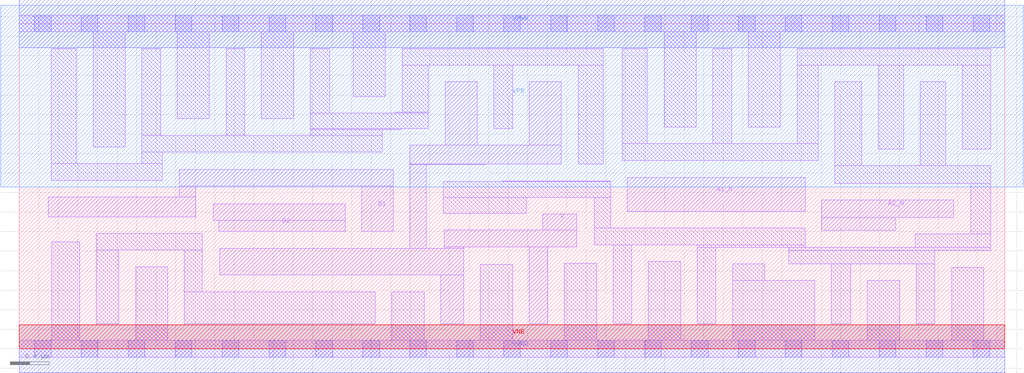
<source format=lef>
# Copyright 2020 The SkyWater PDK Authors
#
# Licensed under the Apache License, Version 2.0 (the "License");
# you may not use this file except in compliance with the License.
# You may obtain a copy of the License at
#
#     https://www.apache.org/licenses/LICENSE-2.0
#
# Unless required by applicable law or agreed to in writing, software
# distributed under the License is distributed on an "AS IS" BASIS,
# WITHOUT WARRANTIES OR CONDITIONS OF ANY KIND, either express or implied.
# See the License for the specific language governing permissions and
# limitations under the License.
#
# SPDX-License-Identifier: Apache-2.0

VERSION 5.7 ;
  NOWIREEXTENSIONATPIN ON ;
  DIVIDERCHAR "/" ;
  BUSBITCHARS "[]" ;
MACRO sky130_fd_sc_lp__a2bb2oi_4
  CLASS CORE ;
  FOREIGN sky130_fd_sc_lp__a2bb2oi_4 ;
  ORIGIN  0.000000  0.000000 ;
  SIZE  10.08000 BY  3.330000 ;
  SYMMETRY X Y R90 ;
  SITE unit ;
  PIN A1_N
    ANTENNAGATEAREA  1.260000 ;
    DIRECTION INPUT ;
    USE SIGNAL ;
    PORT
      LAYER li1 ;
        RECT 6.220000 1.405000 8.040000 1.755000 ;
    END
  END A1_N
  PIN A2_N
    ANTENNAGATEAREA  1.260000 ;
    DIRECTION INPUT ;
    USE SIGNAL ;
    PORT
      LAYER li1 ;
        RECT 8.210000 1.210000 8.965000 1.345000 ;
        RECT 8.210000 1.345000 9.560000 1.525000 ;
    END
  END A2_N
  PIN B1
    ANTENNAGATEAREA  1.260000 ;
    DIRECTION INPUT ;
    USE SIGNAL ;
    PORT
      LAYER li1 ;
        RECT 0.295000 1.350000 1.805000 1.555000 ;
        RECT 1.635000 1.555000 1.805000 1.665000 ;
        RECT 1.635000 1.665000 3.825000 1.835000 ;
        RECT 3.505000 1.200000 3.825000 1.665000 ;
    END
  END B1
  PIN B2
    ANTENNAGATEAREA  1.260000 ;
    DIRECTION INPUT ;
    USE SIGNAL ;
    PORT
      LAYER li1 ;
        RECT 1.985000 1.315000 3.335000 1.485000 ;
        RECT 2.040000 1.200000 3.335000 1.315000 ;
    END
  END B2
  PIN Y
    ANTENNADIFFAREA  1.646400 ;
    DIRECTION OUTPUT ;
    USE SIGNAL ;
    PORT
      LAYER li1 ;
        RECT 2.050000 0.755000 4.545000 1.030000 ;
        RECT 3.995000 1.030000 4.165000 1.885000 ;
        RECT 3.995000 1.885000 4.770000 1.890000 ;
        RECT 3.995000 1.890000 5.545000 2.085000 ;
        RECT 4.310000 0.255000 4.545000 0.755000 ;
        RECT 4.345000 1.030000 4.545000 1.045000 ;
        RECT 4.345000 1.045000 5.700000 1.215000 ;
        RECT 4.355000 2.085000 4.685000 2.735000 ;
        RECT 5.215000 0.255000 5.405000 1.045000 ;
        RECT 5.215000 2.085000 5.545000 2.735000 ;
        RECT 5.355000 1.215000 5.700000 1.380000 ;
    END
  END Y
  PIN VGND
    DIRECTION INOUT ;
    USE GROUND ;
    PORT
      LAYER met1 ;
        RECT 0.000000 -0.245000 10.080000 0.245000 ;
    END
  END VGND
  PIN VNB
    DIRECTION INOUT ;
    USE GROUND ;
    PORT
      LAYER pwell ;
        RECT 0.000000 0.000000 10.080000 0.245000 ;
    END
  END VNB
  PIN VPB
    DIRECTION INOUT ;
    USE POWER ;
    PORT
      LAYER nwell ;
        RECT -0.190000 1.655000 10.270000 3.520000 ;
    END
  END VPB
  PIN VPWR
    DIRECTION INOUT ;
    USE POWER ;
    PORT
      LAYER met1 ;
        RECT 0.000000 3.085000 10.080000 3.575000 ;
    END
  END VPWR
  OBS
    LAYER li1 ;
      RECT 0.000000 -0.085000 10.080000 0.085000 ;
      RECT 0.000000  3.245000 10.080000 3.415000 ;
      RECT 0.325000  1.725000  1.465000 1.895000 ;
      RECT 0.325000  1.895000  0.585000 3.075000 ;
      RECT 0.330000  0.085000  0.620000 1.095000 ;
      RECT 0.755000  2.065000  1.085000 3.245000 ;
      RECT 0.790000  0.255000  1.020000 1.010000 ;
      RECT 0.790000  1.010000  1.870000 1.180000 ;
      RECT 1.190000  0.085000  1.520000 0.840000 ;
      RECT 1.255000  1.895000  1.465000 2.015000 ;
      RECT 1.255000  2.015000  3.715000 2.185000 ;
      RECT 1.255000  2.185000  1.445000 3.075000 ;
      RECT 1.615000  2.355000  1.945000 3.245000 ;
      RECT 1.690000  0.255000  3.640000 0.585000 ;
      RECT 1.690000  0.585000  1.870000 1.010000 ;
      RECT 2.115000  2.185000  2.305000 3.075000 ;
      RECT 2.475000  2.355000  2.805000 3.245000 ;
      RECT 2.975000  2.185000  3.715000 2.245000 ;
      RECT 2.975000  2.245000  3.905000 2.255000 ;
      RECT 2.975000  2.255000  4.185000 2.415000 ;
      RECT 2.975000  2.415000  3.175000 3.075000 ;
      RECT 3.415000  2.585000  3.745000 3.245000 ;
      RECT 3.810000  0.085000  4.140000 0.585000 ;
      RECT 3.845000  2.415000  4.185000 2.425000 ;
      RECT 3.915000  2.425000  4.185000 2.905000 ;
      RECT 3.915000  2.905000  5.975000 3.075000 ;
      RECT 4.335000  1.385000  5.185000 1.550000 ;
      RECT 4.335000  1.550000  6.050000 1.715000 ;
      RECT 4.715000  0.085000  5.045000 0.865000 ;
      RECT 4.855000  2.255000  5.045000 2.905000 ;
      RECT 4.940000  1.715000  6.050000 1.720000 ;
      RECT 5.575000  0.085000  5.905000 0.875000 ;
      RECT 5.715000  1.890000  5.975000 2.905000 ;
      RECT 5.880000  1.065000  8.040000 1.235000 ;
      RECT 5.880000  1.235000  6.050000 1.550000 ;
      RECT 6.075000  0.255000  6.265000 1.065000 ;
      RECT 6.165000  1.930000  8.170000 2.100000 ;
      RECT 6.165000  2.100000  6.425000 3.075000 ;
      RECT 6.435000  0.085000  6.765000 0.895000 ;
      RECT 6.595000  2.270000  6.925000 3.245000 ;
      RECT 6.935000  0.255000  7.125000 1.040000 ;
      RECT 6.935000  1.040000  8.040000 1.065000 ;
      RECT 7.095000  2.100000  7.285000 3.075000 ;
      RECT 7.295000  0.085000  8.135000 0.700000 ;
      RECT 7.295000  0.700000  7.625000 0.870000 ;
      RECT 7.455000  2.270000  7.785000 3.245000 ;
      RECT 7.870000  0.870000  9.365000 1.005000 ;
      RECT 7.870000  1.005000  9.935000 1.040000 ;
      RECT 7.955000  2.100000  8.170000 2.905000 ;
      RECT 7.955000  2.905000  9.935000 3.075000 ;
      RECT 8.305000  0.255000  8.505000 0.870000 ;
      RECT 8.340000  1.695000  9.935000 1.875000 ;
      RECT 8.340000  1.875000  8.615000 2.735000 ;
      RECT 8.675000  0.085000  9.005000 0.700000 ;
      RECT 8.785000  2.045000  9.045000 2.905000 ;
      RECT 9.165000  1.040000  9.935000 1.175000 ;
      RECT 9.175000  0.255000  9.365000 0.870000 ;
      RECT 9.215000  1.875000  9.475000 2.735000 ;
      RECT 9.535000  0.085000  9.865000 0.835000 ;
      RECT 9.645000  2.045000  9.935000 2.905000 ;
      RECT 9.730000  1.175000  9.935000 1.695000 ;
    LAYER mcon ;
      RECT 0.155000 -0.085000 0.325000 0.085000 ;
      RECT 0.155000  3.245000 0.325000 3.415000 ;
      RECT 0.635000 -0.085000 0.805000 0.085000 ;
      RECT 0.635000  3.245000 0.805000 3.415000 ;
      RECT 1.115000 -0.085000 1.285000 0.085000 ;
      RECT 1.115000  3.245000 1.285000 3.415000 ;
      RECT 1.595000 -0.085000 1.765000 0.085000 ;
      RECT 1.595000  3.245000 1.765000 3.415000 ;
      RECT 2.075000 -0.085000 2.245000 0.085000 ;
      RECT 2.075000  3.245000 2.245000 3.415000 ;
      RECT 2.555000 -0.085000 2.725000 0.085000 ;
      RECT 2.555000  3.245000 2.725000 3.415000 ;
      RECT 3.035000 -0.085000 3.205000 0.085000 ;
      RECT 3.035000  3.245000 3.205000 3.415000 ;
      RECT 3.515000 -0.085000 3.685000 0.085000 ;
      RECT 3.515000  3.245000 3.685000 3.415000 ;
      RECT 3.995000 -0.085000 4.165000 0.085000 ;
      RECT 3.995000  3.245000 4.165000 3.415000 ;
      RECT 4.475000 -0.085000 4.645000 0.085000 ;
      RECT 4.475000  3.245000 4.645000 3.415000 ;
      RECT 4.955000 -0.085000 5.125000 0.085000 ;
      RECT 4.955000  3.245000 5.125000 3.415000 ;
      RECT 5.435000 -0.085000 5.605000 0.085000 ;
      RECT 5.435000  3.245000 5.605000 3.415000 ;
      RECT 5.915000 -0.085000 6.085000 0.085000 ;
      RECT 5.915000  3.245000 6.085000 3.415000 ;
      RECT 6.395000 -0.085000 6.565000 0.085000 ;
      RECT 6.395000  3.245000 6.565000 3.415000 ;
      RECT 6.875000 -0.085000 7.045000 0.085000 ;
      RECT 6.875000  3.245000 7.045000 3.415000 ;
      RECT 7.355000 -0.085000 7.525000 0.085000 ;
      RECT 7.355000  3.245000 7.525000 3.415000 ;
      RECT 7.835000 -0.085000 8.005000 0.085000 ;
      RECT 7.835000  3.245000 8.005000 3.415000 ;
      RECT 8.315000 -0.085000 8.485000 0.085000 ;
      RECT 8.315000  3.245000 8.485000 3.415000 ;
      RECT 8.795000 -0.085000 8.965000 0.085000 ;
      RECT 8.795000  3.245000 8.965000 3.415000 ;
      RECT 9.275000 -0.085000 9.445000 0.085000 ;
      RECT 9.275000  3.245000 9.445000 3.415000 ;
      RECT 9.755000 -0.085000 9.925000 0.085000 ;
      RECT 9.755000  3.245000 9.925000 3.415000 ;
  END
END sky130_fd_sc_lp__a2bb2oi_4
END LIBRARY

</source>
